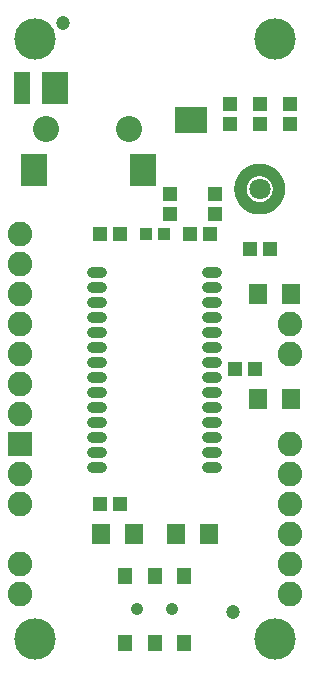
<source format=gbr>
G04 EAGLE Gerber RS-274X export*
G75*
%MOMM*%
%FSLAX34Y34*%
%LPD*%
%INSoldermask Top*%
%IPPOS*%
%AMOC8*
5,1,8,0,0,1.08239X$1,22.5*%
G01*
%ADD10C,1.203200*%
%ADD11C,0.965200*%
%ADD12R,1.303200X1.203200*%
%ADD13R,1.603200X1.803200*%
%ADD14R,1.003200X1.003200*%
%ADD15R,1.203200X1.353200*%
%ADD16C,1.053200*%
%ADD17C,2.082800*%
%ADD18R,2.082800X2.082800*%
%ADD19R,1.203200X1.303200*%
%ADD20C,1.000000*%
%ADD21C,1.803200*%
%ADD22C,0.953200*%
%ADD23R,2.203200X2.703200*%
%ADD24R,2.703200X2.203200*%
%ADD25R,1.403200X2.703200*%
%ADD26C,2.203200*%
%ADD27C,3.505200*%


D10*
X49530Y547370D03*
X193040Y48260D03*
D11*
X81280Y336550D02*
X73660Y336550D01*
X73660Y323850D02*
X81280Y323850D01*
X81280Y311150D02*
X73660Y311150D01*
X73660Y298450D02*
X81280Y298450D01*
X81280Y285750D02*
X73660Y285750D01*
X73660Y273050D02*
X81280Y273050D01*
X81280Y260350D02*
X73660Y260350D01*
X73660Y247650D02*
X81280Y247650D01*
X81280Y234950D02*
X73660Y234950D01*
X73660Y222250D02*
X81280Y222250D01*
X171450Y234950D02*
X179070Y234950D01*
X179070Y222250D02*
X171450Y222250D01*
X171450Y209550D02*
X179070Y209550D01*
X179070Y196850D02*
X171450Y196850D01*
X171450Y184150D02*
X179070Y184150D01*
X179070Y171450D02*
X171450Y171450D01*
X81280Y171450D02*
X73660Y171450D01*
X73660Y184150D02*
X81280Y184150D01*
X81280Y196850D02*
X73660Y196850D01*
X73660Y209550D02*
X81280Y209550D01*
X171450Y247650D02*
X179070Y247650D01*
X179070Y260350D02*
X171450Y260350D01*
X171450Y273050D02*
X179070Y273050D01*
X179070Y285750D02*
X171450Y285750D01*
X171450Y298450D02*
X179070Y298450D01*
X179070Y311150D02*
X171450Y311150D01*
X171450Y323850D02*
X179070Y323850D01*
X179070Y336550D02*
X171450Y336550D01*
D12*
X80400Y139700D03*
X97400Y139700D03*
X194700Y254000D03*
X211700Y254000D03*
X156600Y368300D03*
X173600Y368300D03*
D13*
X242600Y228600D03*
X214600Y228600D03*
X242600Y317500D03*
X214600Y317500D03*
X109250Y114300D03*
X81250Y114300D03*
X144750Y114300D03*
X172750Y114300D03*
D12*
X80400Y368300D03*
X97400Y368300D03*
D14*
X119500Y368300D03*
X134500Y368300D03*
D15*
X102000Y22550D03*
X127000Y22550D03*
X152000Y22550D03*
X102000Y79050D03*
X127000Y79050D03*
X152000Y79050D03*
D16*
X112000Y50800D03*
X142000Y50800D03*
D17*
X12700Y63500D03*
X12700Y88900D03*
X12700Y139700D03*
X12700Y165100D03*
X241300Y63500D03*
X241300Y88900D03*
X241300Y114300D03*
X241300Y139700D03*
X241300Y165100D03*
X241300Y190500D03*
D18*
X12700Y190500D03*
D17*
X12700Y215900D03*
X12700Y241300D03*
X12700Y266700D03*
X12700Y292100D03*
X12700Y317500D03*
X12700Y342900D03*
X12700Y368300D03*
X241300Y266700D03*
X241300Y292100D03*
D12*
X207400Y355600D03*
X224400Y355600D03*
D19*
X177800Y402200D03*
X177800Y385200D03*
X190500Y478400D03*
X190500Y461400D03*
X215900Y461400D03*
X215900Y478400D03*
X139700Y385200D03*
X139700Y402200D03*
D20*
X199640Y406400D02*
X199645Y406799D01*
X199660Y407198D01*
X199684Y407596D01*
X199718Y407994D01*
X199762Y408390D01*
X199816Y408786D01*
X199879Y409180D01*
X199952Y409572D01*
X200035Y409963D01*
X200127Y410351D01*
X200229Y410737D01*
X200340Y411120D01*
X200461Y411500D01*
X200590Y411878D01*
X200730Y412252D01*
X200878Y412622D01*
X201035Y412989D01*
X201201Y413352D01*
X201376Y413711D01*
X201560Y414065D01*
X201752Y414415D01*
X201953Y414759D01*
X202163Y415099D01*
X202380Y415434D01*
X202606Y415763D01*
X202840Y416086D01*
X203081Y416404D01*
X203331Y416715D01*
X203588Y417021D01*
X203852Y417320D01*
X204124Y417612D01*
X204402Y417898D01*
X204688Y418176D01*
X204980Y418448D01*
X205279Y418712D01*
X205585Y418969D01*
X205896Y419219D01*
X206214Y419460D01*
X206537Y419694D01*
X206866Y419920D01*
X207201Y420137D01*
X207541Y420347D01*
X207885Y420548D01*
X208235Y420740D01*
X208589Y420924D01*
X208948Y421099D01*
X209311Y421265D01*
X209678Y421422D01*
X210048Y421570D01*
X210422Y421710D01*
X210800Y421839D01*
X211180Y421960D01*
X211563Y422071D01*
X211949Y422173D01*
X212337Y422265D01*
X212728Y422348D01*
X213120Y422421D01*
X213514Y422484D01*
X213910Y422538D01*
X214306Y422582D01*
X214704Y422616D01*
X215102Y422640D01*
X215501Y422655D01*
X215900Y422660D01*
X216299Y422655D01*
X216698Y422640D01*
X217096Y422616D01*
X217494Y422582D01*
X217890Y422538D01*
X218286Y422484D01*
X218680Y422421D01*
X219072Y422348D01*
X219463Y422265D01*
X219851Y422173D01*
X220237Y422071D01*
X220620Y421960D01*
X221000Y421839D01*
X221378Y421710D01*
X221752Y421570D01*
X222122Y421422D01*
X222489Y421265D01*
X222852Y421099D01*
X223211Y420924D01*
X223565Y420740D01*
X223915Y420548D01*
X224259Y420347D01*
X224599Y420137D01*
X224934Y419920D01*
X225263Y419694D01*
X225586Y419460D01*
X225904Y419219D01*
X226215Y418969D01*
X226521Y418712D01*
X226820Y418448D01*
X227112Y418176D01*
X227398Y417898D01*
X227676Y417612D01*
X227948Y417320D01*
X228212Y417021D01*
X228469Y416715D01*
X228719Y416404D01*
X228960Y416086D01*
X229194Y415763D01*
X229420Y415434D01*
X229637Y415099D01*
X229847Y414759D01*
X230048Y414415D01*
X230240Y414065D01*
X230424Y413711D01*
X230599Y413352D01*
X230765Y412989D01*
X230922Y412622D01*
X231070Y412252D01*
X231210Y411878D01*
X231339Y411500D01*
X231460Y411120D01*
X231571Y410737D01*
X231673Y410351D01*
X231765Y409963D01*
X231848Y409572D01*
X231921Y409180D01*
X231984Y408786D01*
X232038Y408390D01*
X232082Y407994D01*
X232116Y407596D01*
X232140Y407198D01*
X232155Y406799D01*
X232160Y406400D01*
X232155Y406001D01*
X232140Y405602D01*
X232116Y405204D01*
X232082Y404806D01*
X232038Y404410D01*
X231984Y404014D01*
X231921Y403620D01*
X231848Y403228D01*
X231765Y402837D01*
X231673Y402449D01*
X231571Y402063D01*
X231460Y401680D01*
X231339Y401300D01*
X231210Y400922D01*
X231070Y400548D01*
X230922Y400178D01*
X230765Y399811D01*
X230599Y399448D01*
X230424Y399089D01*
X230240Y398735D01*
X230048Y398385D01*
X229847Y398041D01*
X229637Y397701D01*
X229420Y397366D01*
X229194Y397037D01*
X228960Y396714D01*
X228719Y396396D01*
X228469Y396085D01*
X228212Y395779D01*
X227948Y395480D01*
X227676Y395188D01*
X227398Y394902D01*
X227112Y394624D01*
X226820Y394352D01*
X226521Y394088D01*
X226215Y393831D01*
X225904Y393581D01*
X225586Y393340D01*
X225263Y393106D01*
X224934Y392880D01*
X224599Y392663D01*
X224259Y392453D01*
X223915Y392252D01*
X223565Y392060D01*
X223211Y391876D01*
X222852Y391701D01*
X222489Y391535D01*
X222122Y391378D01*
X221752Y391230D01*
X221378Y391090D01*
X221000Y390961D01*
X220620Y390840D01*
X220237Y390729D01*
X219851Y390627D01*
X219463Y390535D01*
X219072Y390452D01*
X218680Y390379D01*
X218286Y390316D01*
X217890Y390262D01*
X217494Y390218D01*
X217096Y390184D01*
X216698Y390160D01*
X216299Y390145D01*
X215900Y390140D01*
X215501Y390145D01*
X215102Y390160D01*
X214704Y390184D01*
X214306Y390218D01*
X213910Y390262D01*
X213514Y390316D01*
X213120Y390379D01*
X212728Y390452D01*
X212337Y390535D01*
X211949Y390627D01*
X211563Y390729D01*
X211180Y390840D01*
X210800Y390961D01*
X210422Y391090D01*
X210048Y391230D01*
X209678Y391378D01*
X209311Y391535D01*
X208948Y391701D01*
X208589Y391876D01*
X208235Y392060D01*
X207885Y392252D01*
X207541Y392453D01*
X207201Y392663D01*
X206866Y392880D01*
X206537Y393106D01*
X206214Y393340D01*
X205896Y393581D01*
X205585Y393831D01*
X205279Y394088D01*
X204980Y394352D01*
X204688Y394624D01*
X204402Y394902D01*
X204124Y395188D01*
X203852Y395480D01*
X203588Y395779D01*
X203331Y396085D01*
X203081Y396396D01*
X202840Y396714D01*
X202606Y397037D01*
X202380Y397366D01*
X202163Y397701D01*
X201953Y398041D01*
X201752Y398385D01*
X201560Y398735D01*
X201376Y399089D01*
X201201Y399448D01*
X201035Y399811D01*
X200878Y400178D01*
X200730Y400548D01*
X200590Y400922D01*
X200461Y401300D01*
X200340Y401680D01*
X200229Y402063D01*
X200127Y402449D01*
X200035Y402837D01*
X199952Y403228D01*
X199879Y403620D01*
X199816Y404014D01*
X199762Y404410D01*
X199718Y404806D01*
X199684Y405204D01*
X199660Y405602D01*
X199645Y406001D01*
X199640Y406400D01*
D21*
X215900Y406400D03*
D22*
X199900Y406400D03*
D19*
X241300Y478400D03*
X241300Y461400D03*
D23*
X25000Y422700D03*
X117000Y422700D03*
X43000Y491700D03*
D24*
X157500Y464700D03*
D25*
X15000Y491700D03*
D26*
X35000Y457200D03*
X105000Y457200D03*
D27*
X228600Y533400D03*
X25400Y533400D03*
X25400Y25400D03*
X228600Y25400D03*
M02*

</source>
